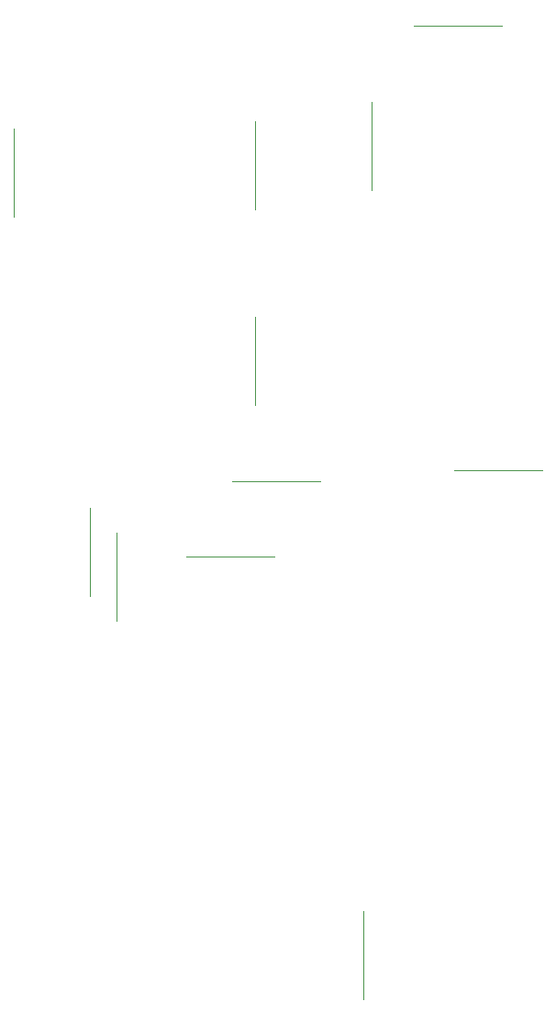
<source format=gbo>
%TF.GenerationSoftware,KiCad,Pcbnew,(6.0.6)*%
%TF.CreationDate,2022-10-07T01:34:02+08:00*%
%TF.ProjectId,7SegmentDisplay_DualLine_NoDriver_6InchesV2,37536567-6d65-46e7-9444-6973706c6179,rev?*%
%TF.SameCoordinates,Original*%
%TF.FileFunction,Legend,Bot*%
%TF.FilePolarity,Positive*%
%FSLAX46Y46*%
G04 Gerber Fmt 4.6, Leading zero omitted, Abs format (unit mm)*
G04 Created by KiCad (PCBNEW (6.0.6)) date 2022-10-07 01:34:02*
%MOMM*%
%LPD*%
G01*
G04 APERTURE LIST*
%ADD10C,0.120000*%
%ADD11C,0.900000*%
%ADD12C,8.000000*%
%ADD13R,1.700000X1.700000*%
%ADD14O,1.700000X1.700000*%
%ADD15C,1.400000*%
%ADD16O,1.400000X1.400000*%
%ADD17R,1.800000X1.800000*%
%ADD18C,1.800000*%
%ADD19C,1.600000*%
%ADD20O,1.600000X1.600000*%
G04 APERTURE END LIST*
D10*
%TO.C,REF\u002A\u002A*%
X352250000Y-130864000D02*
X352250000Y-122736000D01*
X354750000Y-133114000D02*
X354750000Y-124986000D01*
X345250000Y-95894000D02*
X345250000Y-87766000D01*
X361136000Y-127250000D02*
X369264000Y-127250000D01*
X377500000Y-159886000D02*
X377500000Y-168014000D01*
X365386000Y-120250000D02*
X373514000Y-120250000D01*
X385886000Y-119250000D02*
X394014000Y-119250000D01*
X367500000Y-105136000D02*
X367500000Y-113264000D01*
X367500000Y-87136000D02*
X367500000Y-95264000D01*
X382136000Y-78250000D02*
X390264000Y-78250000D01*
X378250000Y-85356000D02*
X378250000Y-93484000D01*
%TD*%
%LPC*%
D11*
%TO.C,REF\u002A\u002A*%
X403878680Y-19628680D03*
X408121320Y-23871320D03*
X406000000Y-24750000D03*
X408121320Y-19628680D03*
X403000000Y-21750000D03*
X403878680Y-23871320D03*
X409000000Y-21750000D03*
X406000000Y-18750000D03*
D12*
X406000000Y-21750000D03*
%TD*%
D11*
%TO.C,REF\u002A\u002A*%
X317878680Y-19128680D03*
X322121320Y-23371320D03*
X320000000Y-24250000D03*
X322121320Y-19128680D03*
X317000000Y-21250000D03*
X317878680Y-23371320D03*
X323000000Y-21250000D03*
X320000000Y-18250000D03*
D12*
X320000000Y-21250000D03*
%TD*%
D11*
%TO.C,REF\u002A\u002A*%
X318128680Y-178128680D03*
X322371320Y-182371320D03*
X320250000Y-183250000D03*
X322371320Y-178128680D03*
X317250000Y-180250000D03*
X318128680Y-182371320D03*
X323250000Y-180250000D03*
X320250000Y-177250000D03*
D12*
X320250000Y-180250000D03*
%TD*%
D11*
%TO.C,REF\u002A\u002A*%
X403878680Y-177878680D03*
X408121320Y-182121320D03*
X406000000Y-183000000D03*
X408121320Y-177878680D03*
X403000000Y-180000000D03*
X403878680Y-182121320D03*
X409000000Y-180000000D03*
X406000000Y-177000000D03*
D12*
X406000000Y-180000000D03*
%TD*%
D13*
%TO.C,REF\u002A\u002A*%
X370125000Y-149000000D03*
D14*
X367585000Y-149000000D03*
X365045000Y-149000000D03*
X362505000Y-149000000D03*
X359965000Y-149000000D03*
X357425000Y-149000000D03*
X354885000Y-149000000D03*
X352345000Y-149000000D03*
%TD*%
D15*
%TO.C,REF\u002A\u002A*%
X352250000Y-121720000D03*
D16*
X352250000Y-131880000D03*
%TD*%
D15*
%TO.C,REF\u002A\u002A*%
X354750000Y-123970000D03*
D16*
X354750000Y-134130000D03*
%TD*%
D15*
%TO.C,REF\u002A\u002A*%
X345250000Y-86750000D03*
D16*
X345250000Y-96910000D03*
%TD*%
D15*
%TO.C,REF\u002A\u002A*%
X370280000Y-127250000D03*
D16*
X360120000Y-127250000D03*
%TD*%
D15*
%TO.C,REF\u002A\u002A*%
X377500000Y-169030000D03*
D16*
X377500000Y-158870000D03*
%TD*%
D15*
%TO.C,REF\u002A\u002A*%
X374530000Y-120250000D03*
D16*
X364370000Y-120250000D03*
%TD*%
%TO.C,REF\u002A\u002A*%
X384870000Y-119250000D03*
D15*
X395030000Y-119250000D03*
%TD*%
%TO.C,REF\u002A\u002A*%
X367500000Y-114280000D03*
D16*
X367500000Y-104120000D03*
%TD*%
D15*
%TO.C,REF\u002A\u002A*%
X367500000Y-96280000D03*
D16*
X367500000Y-86120000D03*
%TD*%
D15*
%TO.C,REF\u002A\u002A*%
X391280000Y-78250000D03*
D16*
X381120000Y-78250000D03*
%TD*%
D15*
%TO.C,REF\u002A\u002A*%
X378250000Y-94500000D03*
D16*
X378250000Y-84340000D03*
%TD*%
D13*
%TO.C,REF\u002A\u002A*%
X370125000Y-144750000D03*
D14*
X367585000Y-144750000D03*
X365045000Y-144750000D03*
X362505000Y-144750000D03*
X359965000Y-144750000D03*
X357425000Y-144750000D03*
X354885000Y-144750000D03*
X352345000Y-144750000D03*
%TD*%
D17*
%TO.C,REF\u002A\u002A*%
X341540000Y-165500000D03*
D18*
X339000000Y-165500000D03*
%TD*%
D19*
%TO.C,REF\u002A\u002A*%
X350920000Y-180750000D03*
D20*
X361080000Y-180750000D03*
%TD*%
D19*
%TO.C,REF\u002A\u002A*%
X363670000Y-180750000D03*
D20*
X373830000Y-180750000D03*
%TD*%
D19*
%TO.C,REF\u002A\u002A*%
X338170000Y-180750000D03*
D20*
X348330000Y-180750000D03*
%TD*%
D19*
%TO.C,REF\u002A\u002A*%
X376420000Y-180750000D03*
D20*
X386580000Y-180750000D03*
%TD*%
D17*
%TO.C,REF\u002A\u002A*%
X352305000Y-165500000D03*
D18*
X349765000Y-165500000D03*
%TD*%
D17*
%TO.C,REF\u002A\u002A*%
X383925000Y-175500000D03*
D18*
X381385000Y-175500000D03*
%TD*%
D17*
%TO.C,REF\u002A\u002A*%
X352305000Y-175500000D03*
D18*
X349765000Y-175500000D03*
%TD*%
D17*
%TO.C,REF\u002A\u002A*%
X373385000Y-165500000D03*
D18*
X370845000Y-165500000D03*
%TD*%
D17*
%TO.C,REF\u002A\u002A*%
X383925000Y-165500000D03*
D18*
X381385000Y-165500000D03*
%TD*%
D17*
%TO.C,REF\u002A\u002A*%
X362845000Y-175500000D03*
D18*
X360305000Y-175500000D03*
%TD*%
D17*
%TO.C,REF\u002A\u002A*%
X362845000Y-165500000D03*
D18*
X360305000Y-165500000D03*
%TD*%
D17*
%TO.C,REF\u002A\u002A*%
X373385000Y-175500000D03*
D18*
X370845000Y-175500000D03*
%TD*%
D17*
%TO.C,REF\u002A\u002A*%
X333540000Y-170500000D03*
D18*
X331000000Y-170500000D03*
%TD*%
D17*
%TO.C,REF\u002A\u002A*%
X392000000Y-170500000D03*
D18*
X389460000Y-170500000D03*
%TD*%
D17*
%TO.C,REF\u002A\u002A*%
X341540000Y-175500000D03*
D18*
X339000000Y-175500000D03*
%TD*%
D17*
%TO.C,REF\u002A\u002A*%
X341290000Y-93000000D03*
D18*
X338750000Y-93000000D03*
%TD*%
D19*
%TO.C,REF\u002A\u002A*%
X350670000Y-108250000D03*
D20*
X360830000Y-108250000D03*
%TD*%
D19*
%TO.C,REF\u002A\u002A*%
X363420000Y-108250000D03*
D20*
X373580000Y-108250000D03*
%TD*%
D19*
%TO.C,REF\u002A\u002A*%
X337920000Y-108250000D03*
D20*
X348080000Y-108250000D03*
%TD*%
D19*
%TO.C,REF\u002A\u002A*%
X376170000Y-108250000D03*
D20*
X386330000Y-108250000D03*
%TD*%
D17*
%TO.C,REF\u002A\u002A*%
X393535000Y-155750000D03*
D18*
X390995000Y-155750000D03*
%TD*%
D17*
%TO.C,REF\u002A\u002A*%
X403535000Y-155750000D03*
D18*
X400995000Y-155750000D03*
%TD*%
D17*
%TO.C,REF\u002A\u002A*%
X398525000Y-163750000D03*
D18*
X395985000Y-163750000D03*
%TD*%
D17*
%TO.C,REF\u002A\u002A*%
X331750000Y-134250000D03*
D18*
X329210000Y-134250000D03*
%TD*%
D19*
%TO.C,REF\u002A\u002A*%
X335725000Y-110670000D03*
D20*
X335725000Y-120830000D03*
%TD*%
D17*
%TO.C,REF\u002A\u002A*%
X321755000Y-145000000D03*
D18*
X319215000Y-145000000D03*
%TD*%
D17*
%TO.C,REF\u002A\u002A*%
X331755000Y-145000000D03*
D18*
X329215000Y-145000000D03*
%TD*%
D17*
%TO.C,REF\u002A\u002A*%
X331750000Y-112750000D03*
D18*
X329210000Y-112750000D03*
%TD*%
D19*
%TO.C,REF\u002A\u002A*%
X407500000Y-148920000D03*
D20*
X407500000Y-159080000D03*
%TD*%
D17*
%TO.C,REF\u002A\u002A*%
X321750000Y-134250000D03*
D18*
X319210000Y-134250000D03*
%TD*%
D19*
%TO.C,REF\u002A\u002A*%
X407500000Y-135670000D03*
D20*
X407500000Y-145830000D03*
%TD*%
D17*
%TO.C,REF\u002A\u002A*%
X331750000Y-123500000D03*
D18*
X329210000Y-123500000D03*
%TD*%
D17*
%TO.C,REF\u002A\u002A*%
X321750000Y-123500000D03*
D18*
X319210000Y-123500000D03*
%TD*%
D19*
%TO.C,REF\u002A\u002A*%
X335725000Y-123170000D03*
D20*
X335725000Y-133330000D03*
%TD*%
D17*
%TO.C,REF\u002A\u002A*%
X352055000Y-93000000D03*
D18*
X349515000Y-93000000D03*
%TD*%
D17*
%TO.C,REF\u002A\u002A*%
X383675000Y-103000000D03*
D18*
X381135000Y-103000000D03*
%TD*%
D17*
%TO.C,REF\u002A\u002A*%
X352055000Y-103000000D03*
D18*
X349515000Y-103000000D03*
%TD*%
D17*
%TO.C,REF\u002A\u002A*%
X373135000Y-93000000D03*
D18*
X370595000Y-93000000D03*
%TD*%
D17*
%TO.C,REF\u002A\u002A*%
X383675000Y-93000000D03*
D18*
X381135000Y-93000000D03*
%TD*%
D17*
%TO.C,REF\u002A\u002A*%
X362595000Y-103000000D03*
D18*
X360055000Y-103000000D03*
%TD*%
D17*
%TO.C,REF\u002A\u002A*%
X362595000Y-93000000D03*
D18*
X360055000Y-93000000D03*
%TD*%
D17*
%TO.C,REF\u002A\u002A*%
X373135000Y-103000000D03*
D18*
X370595000Y-103000000D03*
%TD*%
D17*
%TO.C,REF\u002A\u002A*%
X333290000Y-98000000D03*
D18*
X330750000Y-98000000D03*
%TD*%
D17*
%TO.C,REF\u002A\u002A*%
X391750000Y-98000000D03*
D18*
X389210000Y-98000000D03*
%TD*%
D17*
%TO.C,REF\u002A\u002A*%
X398525000Y-104750000D03*
D18*
X395985000Y-104750000D03*
%TD*%
D17*
%TO.C,REF\u002A\u002A*%
X393525000Y-112750000D03*
D18*
X390985000Y-112750000D03*
%TD*%
D17*
%TO.C,REF\u002A\u002A*%
X403525000Y-112750000D03*
D18*
X400985000Y-112750000D03*
%TD*%
D17*
%TO.C,REF\u002A\u002A*%
X331760000Y-155750000D03*
D18*
X329220000Y-155750000D03*
%TD*%
D19*
%TO.C,REF\u002A\u002A*%
X335725000Y-148920000D03*
D20*
X335725000Y-159080000D03*
%TD*%
D19*
%TO.C,REF\u002A\u002A*%
X335725000Y-135670000D03*
D20*
X335725000Y-145830000D03*
%TD*%
D17*
%TO.C,REF\u002A\u002A*%
X326750000Y-104750000D03*
D18*
X324210000Y-104750000D03*
%TD*%
D17*
%TO.C,REF\u002A\u002A*%
X321750000Y-112750000D03*
D18*
X319210000Y-112750000D03*
%TD*%
D17*
%TO.C,REF\u002A\u002A*%
X321760000Y-155750000D03*
D18*
X319220000Y-155750000D03*
%TD*%
D17*
%TO.C,REF\u002A\u002A*%
X326750000Y-163750000D03*
D18*
X324210000Y-163750000D03*
%TD*%
D17*
%TO.C,REF\u002A\u002A*%
X403530000Y-145000000D03*
D18*
X400990000Y-145000000D03*
%TD*%
D17*
%TO.C,REF\u002A\u002A*%
X393530000Y-145000000D03*
D18*
X390990000Y-145000000D03*
%TD*%
D17*
%TO.C,REF\u002A\u002A*%
X393525000Y-134250000D03*
D18*
X390985000Y-134250000D03*
%TD*%
D17*
%TO.C,REF\u002A\u002A*%
X403525000Y-123500000D03*
D18*
X400985000Y-123500000D03*
%TD*%
D17*
%TO.C,REF\u002A\u002A*%
X393525000Y-123500000D03*
D18*
X390985000Y-123500000D03*
%TD*%
D19*
%TO.C,REF\u002A\u002A*%
X407500000Y-123170000D03*
D20*
X407500000Y-133330000D03*
%TD*%
D17*
%TO.C,REF\u002A\u002A*%
X403525000Y-134250000D03*
D18*
X400985000Y-134250000D03*
%TD*%
D19*
%TO.C,REF\u002A\u002A*%
X407500000Y-110670000D03*
D20*
X407500000Y-120830000D03*
%TD*%
D17*
%TO.C,REF\u002A\u002A*%
X341290000Y-103000000D03*
D18*
X338750000Y-103000000D03*
%TD*%
D17*
%TO.C,REF\u002A\u002A*%
X321510000Y-83250000D03*
D18*
X318970000Y-83250000D03*
%TD*%
D17*
%TO.C,REF\u002A\u002A*%
X331510000Y-83250000D03*
D18*
X328970000Y-83250000D03*
%TD*%
D17*
%TO.C,REF\u002A\u002A*%
X326500000Y-91250000D03*
D18*
X323960000Y-91250000D03*
%TD*%
D19*
%TO.C,REF\u002A\u002A*%
X335475000Y-76420000D03*
D20*
X335475000Y-86580000D03*
%TD*%
D19*
%TO.C,REF\u002A\u002A*%
X335475000Y-63170000D03*
D20*
X335475000Y-73330000D03*
%TD*%
D17*
%TO.C,REF\u002A\u002A*%
X326500000Y-32250000D03*
D18*
X323960000Y-32250000D03*
%TD*%
D17*
%TO.C,REF\u002A\u002A*%
X321500000Y-40250000D03*
D18*
X318960000Y-40250000D03*
%TD*%
D17*
%TO.C,REF\u002A\u002A*%
X331500000Y-40250000D03*
D18*
X328960000Y-40250000D03*
%TD*%
D17*
%TO.C,REF\u002A\u002A*%
X331505000Y-72500000D03*
D18*
X328965000Y-72500000D03*
%TD*%
D17*
%TO.C,REF\u002A\u002A*%
X321505000Y-72500000D03*
D18*
X318965000Y-72500000D03*
%TD*%
D17*
%TO.C,REF\u002A\u002A*%
X321500000Y-61750000D03*
D18*
X318960000Y-61750000D03*
%TD*%
D17*
%TO.C,REF\u002A\u002A*%
X331500000Y-51000000D03*
D18*
X328960000Y-51000000D03*
%TD*%
D17*
%TO.C,REF\u002A\u002A*%
X321500000Y-51000000D03*
D18*
X318960000Y-51000000D03*
%TD*%
D19*
%TO.C,REF\u002A\u002A*%
X335475000Y-50670000D03*
D20*
X335475000Y-60830000D03*
%TD*%
D17*
%TO.C,REF\u002A\u002A*%
X331500000Y-61750000D03*
D18*
X328960000Y-61750000D03*
%TD*%
D19*
%TO.C,REF\u002A\u002A*%
X335475000Y-38170000D03*
D20*
X335475000Y-48330000D03*
%TD*%
D19*
%TO.C,REF\u002A\u002A*%
X407250000Y-76420000D03*
D20*
X407250000Y-86580000D03*
%TD*%
D19*
%TO.C,REF\u002A\u002A*%
X407250000Y-63170000D03*
D20*
X407250000Y-73330000D03*
%TD*%
D19*
%TO.C,REF\u002A\u002A*%
X407250000Y-50670000D03*
D20*
X407250000Y-60830000D03*
%TD*%
D19*
%TO.C,REF\u002A\u002A*%
X407250000Y-38170000D03*
D20*
X407250000Y-48330000D03*
%TD*%
D19*
%TO.C,REF\u002A\u002A*%
X375920000Y-35750000D03*
D20*
X386080000Y-35750000D03*
%TD*%
D19*
%TO.C,REF\u002A\u002A*%
X363170000Y-35750000D03*
D20*
X373330000Y-35750000D03*
%TD*%
D19*
%TO.C,REF\u002A\u002A*%
X350420000Y-35750000D03*
D20*
X360580000Y-35750000D03*
%TD*%
D19*
%TO.C,REF\u002A\u002A*%
X337670000Y-35750000D03*
D20*
X347830000Y-35750000D03*
%TD*%
D17*
%TO.C,REF\u002A\u002A*%
X398275000Y-91250000D03*
D18*
X395735000Y-91250000D03*
%TD*%
D17*
%TO.C,REF\u002A\u002A*%
X403285000Y-83250000D03*
D18*
X400745000Y-83250000D03*
%TD*%
D17*
%TO.C,REF\u002A\u002A*%
X393285000Y-83250000D03*
D18*
X390745000Y-83250000D03*
%TD*%
D17*
%TO.C,REF\u002A\u002A*%
X403280000Y-72500000D03*
D18*
X400740000Y-72500000D03*
%TD*%
D17*
%TO.C,REF\u002A\u002A*%
X393280000Y-72500000D03*
D18*
X390740000Y-72500000D03*
%TD*%
D17*
%TO.C,REF\u002A\u002A*%
X403275000Y-61750000D03*
D18*
X400735000Y-61750000D03*
%TD*%
D17*
%TO.C,REF\u002A\u002A*%
X393275000Y-61750000D03*
D18*
X390735000Y-61750000D03*
%TD*%
D17*
%TO.C,REF\u002A\u002A*%
X403275000Y-51000000D03*
D18*
X400735000Y-51000000D03*
%TD*%
D17*
%TO.C,REF\u002A\u002A*%
X393275000Y-51000000D03*
D18*
X390735000Y-51000000D03*
%TD*%
D17*
%TO.C,REF\u002A\u002A*%
X403275000Y-40250000D03*
D18*
X400735000Y-40250000D03*
%TD*%
D17*
%TO.C,REF\u002A\u002A*%
X393275000Y-40250000D03*
D18*
X390735000Y-40250000D03*
%TD*%
%TO.C,REF\u002A\u002A*%
X395735000Y-32250000D03*
D17*
X398275000Y-32250000D03*
%TD*%
%TO.C,REF\u002A\u002A*%
X391500000Y-25500000D03*
D18*
X388960000Y-25500000D03*
%TD*%
D17*
%TO.C,REF\u002A\u002A*%
X372885000Y-20500000D03*
D18*
X370345000Y-20500000D03*
%TD*%
D17*
%TO.C,REF\u002A\u002A*%
X372885000Y-30500000D03*
D18*
X370345000Y-30500000D03*
%TD*%
D17*
%TO.C,REF\u002A\u002A*%
X383425000Y-30500000D03*
D18*
X380885000Y-30500000D03*
%TD*%
D17*
%TO.C,REF\u002A\u002A*%
X383425000Y-20500000D03*
D18*
X380885000Y-20500000D03*
%TD*%
D17*
%TO.C,REF\u002A\u002A*%
X362345000Y-20500000D03*
D18*
X359805000Y-20500000D03*
%TD*%
D17*
%TO.C,REF\u002A\u002A*%
X362345000Y-30500000D03*
D18*
X359805000Y-30500000D03*
%TD*%
D17*
%TO.C,REF\u002A\u002A*%
X333040000Y-25500000D03*
D18*
X330500000Y-25500000D03*
%TD*%
D17*
%TO.C,REF\u002A\u002A*%
X351805000Y-20500000D03*
D18*
X349265000Y-20500000D03*
%TD*%
D17*
%TO.C,REF\u002A\u002A*%
X351805000Y-30500000D03*
D18*
X349265000Y-30500000D03*
%TD*%
D17*
%TO.C,REF\u002A\u002A*%
X341040000Y-30500000D03*
D18*
X338500000Y-30500000D03*
%TD*%
D17*
%TO.C,REF\u002A\u002A*%
X341040000Y-20500000D03*
D18*
X338500000Y-20500000D03*
%TD*%
M02*

</source>
